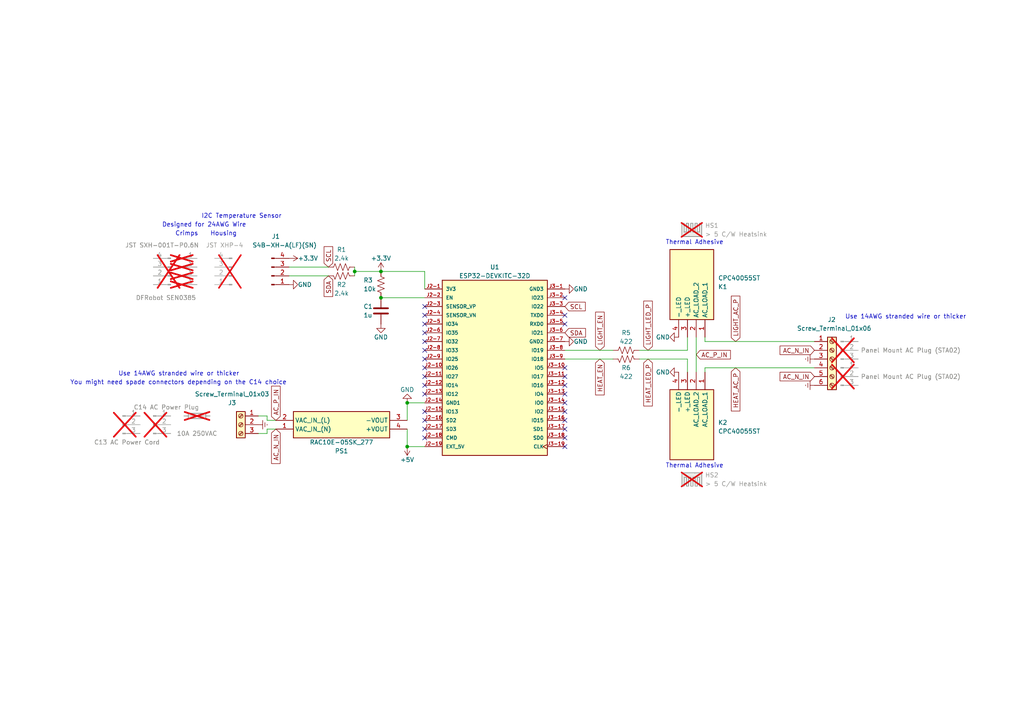
<source format=kicad_sch>
(kicad_sch (version 20230121) (generator eeschema)
  (paper "A4")
  (lib_symbols
    (symbol "CPC40055ST:CPC40055ST"
      (property "Reference" "K" (at 26.67 7.62 0))
      (property "Value" "CPC40055ST" (at 26.67 5.08 0))
      (symbol "CPC40055ST_1_1"
        (rectangle (start 5.08 2.54) (end 25.4 -10.16) (stroke (width 0.254)) (fill (type background)))
        (pin passive line (at 0 0 0) (length 5.08) (name "AC_LOAD_1") (number "1"))
        (pin passive line (at 0 -2.54 0) (length 5.08) (name "AC_LOAD_2") (number "2"))
        (pin passive line (at 0 -5.08 0) (length 5.08) (name "+_LED") (number "3"))
        (pin passive line (at 0 -7.62 0) (length 5.08) (name "-_LED") (number "4"))
      )
    )
    (symbol "Connector:Conn_01x01_Pin" (pin_names (offset 1.016) hide)
      (property "Reference" "J" (at 0 2.54 0))
      (property "Value" "Conn_01x01_Pin" (at 0 -2.54 0))
      (symbol "Conn_01x01_Pin_1_1"
        (polyline (pts (xy 1.27 0) (xy 0.8636 0)) (stroke (width 0.1524)))
        (rectangle (start 0.8636 0.127) (end 0 -0.127) (stroke (width 0.1524)) (fill (type outline)))
        (pin passive line (at 5.08 0 180) (length 3.81) (name "Pin_1") (number "1"))
      )
    )
    (symbol "Connector:Conn_01x03_Pin" (pin_names (offset 1.016) hide)
      (property "Reference" "J" (at 0 5.08 0))
      (property "Value" "Conn_01x03_Pin" (at 0 -5.08 0))
      (symbol "Conn_01x03_Pin_1_1"
        (polyline (pts (xy 1.27 -2.54) (xy 0.8636 -2.54)) (stroke (width 0.1524)))
        (polyline (pts (xy 1.27 0) (xy 0.8636 0)) (stroke (width 0.1524)))
        (polyline (pts (xy 1.27 2.54) (xy 0.8636 2.54)) (stroke (width 0.1524)))
        (rectangle (start 0.8636 -2.413) (end 0 -2.667) (stroke (width 0.1524)) (fill (type outline)))
        (rectangle (start 0.8636 0.127) (end 0 -0.127) (stroke (width 0.1524)) (fill (type outline)))
        (rectangle (start 0.8636 2.667) (end 0 2.413) (stroke (width 0.1524)) (fill (type outline)))
        (pin passive line (at 5.08 2.54 180) (length 3.81) (name "Pin_1") (number "1"))
        (pin passive line (at 5.08 0 180) (length 3.81) (name "Pin_2") (number "2"))
        (pin passive line (at 5.08 -2.54 180) (length 3.81) (name "Pin_3") (number "3"))
      )
    )
    (symbol "Connector:Conn_01x04_Pin" (pin_names (offset 1.016) hide)
      (property "Reference" "J" (at 0 5.08 0))
      (property "Value" "Conn_01x04_Pin" (at 0 -7.62 0))
      (symbol "Conn_01x04_Pin_1_1"
        (polyline (pts (xy 1.27 -5.08) (xy 0.8636 -5.08)) (stroke (width 0.1524)))
        (polyline (pts (xy 1.27 -2.54) (xy 0.8636 -2.54)) (stroke (width 0.1524)))
        (polyline (pts (xy 1.27 0) (xy 0.8636 0)) (stroke (width 0.1524)))
        (polyline (pts (xy 1.27 2.54) (xy 0.8636 2.54)) (stroke (width 0.1524)))
        (rectangle (start 0.8636 -4.953) (end 0 -5.207) (stroke (width 0.1524)) (fill (type outline)))
        (rectangle (start 0.8636 -2.413) (end 0 -2.667) (stroke (width 0.1524)) (fill (type outline)))
        (rectangle (start 0.8636 0.127) (end 0 -0.127) (stroke (width 0.1524)) (fill (type outline)))
        (rectangle (start 0.8636 2.667) (end 0 2.413) (stroke (width 0.1524)) (fill (type outline)))
        (pin passive line (at 5.08 2.54 180) (length 3.81) (name "Pin_1") (number "1"))
        (pin passive line (at 5.08 0 180) (length 3.81) (name "Pin_2") (number "2"))
        (pin passive line (at 5.08 -2.54 180) (length 3.81) (name "Pin_3") (number "3"))
        (pin passive line (at 5.08 -5.08 180) (length 3.81) (name "Pin_4") (number "4"))
      )
    )
    (symbol "Connector:Screw_Terminal_01x03" (pin_names (offset 1.016) hide)
      (property "Reference" "J" (at 0 5.08 0))
      (property "Value" "Screw_Terminal_01x03" (at 0 -5.08 0))
      (symbol "Screw_Terminal_01x03_1_1"
        (rectangle (start -1.27 3.81) (end 1.27 -3.81) (stroke (width 0.254)) (fill (type background)))
        (circle (center 0 -2.54) (radius 0.635) (stroke (width 0.1524)))
        (polyline (pts (xy -0.5334 -2.2098) (xy 0.3302 -3.048)) (stroke (width 0.1524)))
        (polyline (pts (xy -0.5334 0.3302) (xy 0.3302 -0.508)) (stroke (width 0.1524)))
        (polyline (pts (xy -0.5334 2.8702) (xy 0.3302 2.032)) (stroke (width 0.1524)))
        (polyline (pts (xy -0.3556 -2.032) (xy 0.508 -2.8702)) (stroke (width 0.1524)))
        (polyline (pts (xy -0.3556 0.508) (xy 0.508 -0.3302)) (stroke (width 0.1524)))
        (polyline (pts (xy -0.3556 3.048) (xy 0.508 2.2098)) (stroke (width 0.1524)))
        (circle (center 0 0) (radius 0.635) (stroke (width 0.1524)))
        (circle (center 0 2.54) (radius 0.635) (stroke (width 0.1524)))
        (pin passive line (at -5.08 2.54 0) (length 3.81) (name "Pin_1") (number "1"))
        (pin passive line (at -5.08 0 0) (length 3.81) (name "Pin_2") (number "2"))
        (pin passive line (at -5.08 -2.54 0) (length 3.81) (name "Pin_3") (number "3"))
      )
    )
    (symbol "Connector:Screw_Terminal_01x06" (pin_names (offset 1.016) hide)
      (property "Reference" "J" (at 0 7.62 0))
      (property "Value" "Screw_Terminal_01x06" (at 0 -10.16 0))
      (symbol "Screw_Terminal_01x06_1_1"
        (rectangle (start -1.27 6.35) (end 1.27 -8.89) (stroke (width 0.254)) (fill (type background)))
        (circle (center 0 -7.62) (radius 0.635) (stroke (width 0.1524)))
        (circle (center 0 -5.08) (radius 0.635) (stroke (width 0.1524)))
        (circle (center 0 -2.54) (radius 0.635) (stroke (width 0.1524)))
        (polyline (pts (xy -0.5334 -7.2898) (xy 0.3302 -8.128)) (stroke (width 0.1524)))
        (polyline (pts (xy -0.5334 -4.7498) (xy 0.3302 -5.588)) (stroke (width 0.1524)))
        (polyline (pts (xy -0.5334 -2.2098) (xy 0.3302 -3.048)) (stroke (width 0.1524)))
        (polyline (pts (xy -0.5334 0.3302) (xy 0.3302 -0.508)) (stroke (width 0.1524)))
        (polyline (pts (xy -0.5334 2.8702) (xy 0.3302 2.032)) (stroke (width 0.1524)))
        (polyline (pts (xy -0.5334 5.4102) (xy 0.3302 4.572)) (stroke (width 0.1524)))
        (polyline (pts (xy -0.3556 -7.112) (xy 0.508 -7.9502)) (stroke (width 0.1524)))
        (polyline (pts (xy -0.3556 -4.572) (xy 0.508 -5.4102)) (stroke (width 0.1524)))
        (polyline (pts (xy -0.3556 -2.032) (xy 0.508 -2.8702)) (stroke (width 0.1524)))
        (polyline (pts (xy -0.3556 0.508) (xy 0.508 -0.3302)) (stroke (width 0.1524)))
        (polyline (pts (xy -0.3556 3.048) (xy 0.508 2.2098)) (stroke (width 0.1524)))
        (polyline (pts (xy -0.3556 5.588) (xy 0.508 4.7498)) (stroke (width 0.1524)))
        (circle (center 0 0) (radius 0.635) (stroke (width 0.1524)))
        (circle (center 0 2.54) (radius 0.635) (stroke (width 0.1524)))
        (circle (center 0 5.08) (radius 0.635) (stroke (width 0.1524)))
        (pin passive line (at -5.08 5.08 0) (length 3.81) (name "Pin_1") (number "1"))
        (pin passive line (at -5.08 2.54 0) (length 3.81) (name "Pin_2") (number "2"))
        (pin passive line (at -5.08 0 0) (length 3.81) (name "Pin_3") (number "3"))
        (pin passive line (at -5.08 -2.54 0) (length 3.81) (name "Pin_4") (number "4"))
        (pin passive line (at -5.08 -5.08 0) (length 3.81) (name "Pin_5") (number "5"))
        (pin passive line (at -5.08 -7.62 0) (length 3.81) (name "Pin_6") (number "6"))
      )
    )
    (symbol "Device:C" (pin_numbers hide) (pin_names (offset 0.254))
      (property "Reference" "C" (at 0.635 2.54 0))
      (property "Value" "C" (at 0.635 -2.54 0))
      (symbol "C_0_1"
        (polyline (pts (xy -2.032 -0.762) (xy 2.032 -0.762)) (stroke (width 0.508)))
        (polyline (pts (xy -2.032 0.762) (xy 2.032 0.762)) (stroke (width 0.508)))
      )
      (symbol "C_1_1"
        (pin passive line (at 0 3.81 270) (length 2.794) (name "~") (number "1"))
        (pin passive line (at 0 -3.81 90) (length 2.794) (name "~") (number "2"))
      )
    )
    (symbol "Device:Fuse" (pin_numbers hide) (pin_names (offset 0))
      (property "Reference" "F" (at 2.032 0 90))
      (property "Value" "Fuse" (at -1.905 0 90))
      (symbol "Fuse_0_1"
        (rectangle (start -0.762 -2.54) (end 0.762 2.54) (stroke (width 0.254)))
        (polyline (pts (xy 0 2.54) (xy 0 -2.54)))
      )
      (symbol "Fuse_1_1"
        (pin passive line (at 0 3.81 270) (length 1.27) (name "~") (number "1"))
        (pin passive line (at 0 -3.81 90) (length 1.27) (name "~") (number "2"))
      )
    )
    (symbol "Device:R_US" (pin_numbers hide) (pin_names (offset 0))
      (property "Reference" "R" (at 2.54 0 90))
      (property "Value" "R_US" (at -2.54 0 90))
      (symbol "R_US_0_1"
        (polyline (pts (xy 0 -2.286) (xy 0 -2.54)))
        (polyline (pts (xy 0 2.286) (xy 0 2.54)))
        (polyline (pts (xy 0 -0.762) (xy 1.016 -1.143) (xy 0 -1.524) (xy -1.016 -1.905) (xy 0 -2.286)))
        (polyline (pts (xy 0 0.762) (xy 1.016 0.381) (xy 0 0) (xy -1.016 -0.381) (xy 0 -0.762)))
        (polyline (pts (xy 0 2.286) (xy 1.016 1.905) (xy 0 1.524) (xy -1.016 1.143) (xy 0 0.762)))
      )
      (symbol "R_US_1_1"
        (pin passive line (at 0 3.81 270) (length 1.27) (name "~") (number "1"))
        (pin passive line (at 0 -3.81 90) (length 1.27) (name "~") (number "2"))
      )
    )
    (symbol "ESP32-DEVKITC-32D:ESP32-DEVKITC-32D" (pin_names (offset 1.016))
      (property "Reference" "U" (at -15.2572 26.0643 0))
      (property "Value" "ESP32-DEVKITC-32D" (at -15.2563 -27.9698 0))
      (symbol "ESP32-DEVKITC-32D_0_0"
        (rectangle (start -15.24 -25.4) (end 15.24 25.4) (stroke (width 0.254)) (fill (type background)))
        (pin power_in line (at -20.32 22.86 0) (length 5.08) (name "3V3") (number "J2-1"))
        (pin bidirectional line (at -20.32 0 0) (length 5.08) (name "IO26") (number "J2-10"))
        (pin bidirectional line (at -20.32 -2.54 0) (length 5.08) (name "IO27") (number "J2-11"))
        (pin bidirectional line (at -20.32 -5.08 0) (length 5.08) (name "IO14") (number "J2-12"))
        (pin bidirectional line (at -20.32 -7.62 0) (length 5.08) (name "IO12") (number "J2-13"))
        (pin power_in line (at -20.32 -10.16 0) (length 5.08) (name "GND1") (number "J2-14"))
        (pin bidirectional line (at -20.32 -12.7 0) (length 5.08) (name "IO13") (number "J2-15"))
        (pin bidirectional line (at -20.32 -15.24 0) (length 5.08) (name "SD2") (number "J2-16"))
        (pin bidirectional line (at -20.32 -17.78 0) (length 5.08) (name "SD3") (number "J2-17"))
        (pin bidirectional line (at -20.32 -20.32 0) (length 5.08) (name "CMD") (number "J2-18"))
        (pin power_in line (at -20.32 -22.86 0) (length 5.08) (name "EXT_5V") (number "J2-19"))
        (pin input line (at -20.32 20.32 0) (length 5.08) (name "EN") (number "J2-2"))
        (pin input line (at -20.32 17.78 0) (length 5.08) (name "SENSOR_VP") (number "J2-3"))
        (pin input line (at -20.32 15.24 0) (length 5.08) (name "SENSOR_VN") (number "J2-4"))
        (pin bidirectional line (at -20.32 12.7 0) (length 5.08) (name "IO34") (number "J2-5"))
        (pin bidirectional line (at -20.32 10.16 0) (length 5.08) (name "IO35") (number "J2-6"))
        (pin bidirectional line (at -20.32 7.62 0) (length 5.08) (name "IO32") (number "J2-7"))
        (pin bidirectional line (at -20.32 5.08 0) (length 5.08) (name "IO33") (number "J2-8"))
        (pin bidirectional line (at -20.32 2.54 0) (length 5.08) (name "IO25") (number "J2-9"))
        (pin power_in line (at 20.32 22.86 180) (length 5.08) (name "GND3") (number "J3-1"))
        (pin bidirectional line (at 20.32 0 180) (length 5.08) (name "IO5") (number "J3-10"))
        (pin bidirectional line (at 20.32 -2.54 180) (length 5.08) (name "IO17") (number "J3-11"))
        (pin bidirectional line (at 20.32 -5.08 180) (length 5.08) (name "IO16") (number "J3-12"))
        (pin bidirectional line (at 20.32 -7.62 180) (length 5.08) (name "IO4") (number "J3-13"))
        (pin bidirectional line (at 20.32 -10.16 180) (length 5.08) (name "IO0") (number "J3-14"))
        (pin bidirectional line (at 20.32 -12.7 180) (length 5.08) (name "IO2") (number "J3-15"))
        (pin bidirectional line (at 20.32 -15.24 180) (length 5.08) (name "IO15") (number "J3-16"))
        (pin bidirectional line (at 20.32 -17.78 180) (length 5.08) (name "SD1") (number "J3-17"))
        (pin bidirectional line (at 20.32 -20.32 180) (length 5.08) (name "SD0") (number "J3-18"))
        (pin input clock (at 20.32 -22.86 180) (length 5.08) (name "CLK") (number "J3-19"))
        (pin bidirectional line (at 20.32 20.32 180) (length 5.08) (name "IO23") (number "J3-2"))
        (pin bidirectional line (at 20.32 17.78 180) (length 5.08) (name "IO22") (number "J3-3"))
        (pin output line (at 20.32 15.24 180) (length 5.08) (name "TXD0") (number "J3-4"))
        (pin input line (at 20.32 12.7 180) (length 5.08) (name "RXD0") (number "J3-5"))
        (pin bidirectional line (at 20.32 10.16 180) (length 5.08) (name "IO21") (number "J3-6"))
        (pin power_in line (at 20.32 7.62 180) (length 5.08) (name "GND2") (number "J3-7"))
        (pin bidirectional line (at 20.32 5.08 180) (length 5.08) (name "IO19") (number "J3-8"))
        (pin bidirectional line (at 20.32 2.54 180) (length 5.08) (name "IO18") (number "J3-9"))
      )
    )
    (symbol "Mechanical:Heatsink" (pin_names (offset 1.016))
      (property "Reference" "HS" (at 0 5.08 0))
      (property "Value" "Heatsink" (at 0 -1.27 0))
      (symbol "Heatsink_0_1"
        (polyline (pts (xy -0.3302 1.27) (xy -0.9652 1.27) (xy -0.9652 3.81) (xy -1.6002 3.81) (xy -1.6002 1.27) (xy -2.2352 1.27) (xy -2.2352 3.81) (xy -2.8702 3.81) (xy -2.8702 0) (xy -0.9652 0)) (stroke (width 0.254)) (fill (type background)))
        (polyline (pts (xy -0.3302 1.27) (xy -0.3302 3.81) (xy 0.3048 3.81) (xy 0.3048 1.27) (xy 0.9398 1.27) (xy 0.9398 3.81) (xy 1.5748 3.81) (xy 1.5748 1.27) (xy 2.2098 1.27) (xy 2.2098 3.81) (xy 2.8448 3.81) (xy 2.8448 0) (xy -0.9652 0)) (stroke (width 0.254)) (fill (type background)))
      )
    )
    (symbol "RAC10E-05SK_277:RAC10E-05SK_277"
      (property "Reference" "PS" (at 34.29 7.62 0))
      (property "Value" "RAC10E-05SK_277" (at 34.29 5.08 0))
      (symbol "RAC10E-05SK_277_1_1"
        (rectangle (start 5.08 2.54) (end 33.02 -5.08) (stroke (width 0.254)) (fill (type background)))
        (pin passive line (at 0 0 0) (length 5.08) (name "VAC_IN_(N)") (number "1"))
        (pin passive line (at 0 -2.54 0) (length 5.08) (name "VAC_IN_(L)") (number "2"))
        (pin passive line (at 38.1 -2.54 180) (length 5.08) (name "-VOUT") (number "3"))
        (pin passive line (at 38.1 0 180) (length 5.08) (name "+VOUT") (number "4"))
      )
    )
    (symbol "power:+3.3V" (power) (pin_names (offset 0))
      (property "Value" "+3.3V" (at 0 3.556 0))
      (symbol "+3.3V_0_1"
        (polyline (pts (xy -0.762 1.27) (xy 0 2.54)))
        (polyline (pts (xy 0 0) (xy 0 2.54)))
        (polyline (pts (xy 0 2.54) (xy 0.762 1.27)))
      )
      (symbol "+3.3V_1_1"
        (pin power_in line (at 0 0 90) (length 0) hide (name "+3.3V") (number "1"))
      )
    )
    (symbol "power:+5V" (power) (pin_names (offset 0))
      (property "Value" "+5V" (at 0 3.556 0))
      (symbol "+5V_0_1"
        (polyline (pts (xy -0.762 1.27) (xy 0 2.54)))
        (polyline (pts (xy 0 0) (xy 0 2.54)))
        (polyline (pts (xy 0 2.54) (xy 0.762 1.27)))
      )
      (symbol "+5V_1_1"
        (pin power_in line (at 0 0 90) (length 0) hide (name "+5V") (number "1"))
      )
    )
    (symbol "power:Earth" (power) (pin_names (offset 0))
      (symbol "Earth_0_1"
        (polyline (pts (xy -0.635 -1.905) (xy 0.635 -1.905)))
        (polyline (pts (xy -0.127 -2.54) (xy 0.127 -2.54)))
        (polyline (pts (xy 0 -1.27) (xy 0 0)))
        (polyline (pts (xy 1.27 -1.27) (xy -1.27 -1.27)))
      )
      (symbol "Earth_1_1"
        (pin power_in line (at 0 0 270) (length 0) hide (name "Earth") (number "1"))
      )
    )
    (symbol "power:GND" (power) (pin_names (offset 0))
      (property "Value" "GND" (at 0 -3.81 0))
      (symbol "GND_0_1"
        (polyline (pts (xy 0 0) (xy 0 -1.27) (xy 1.27 -1.27) (xy 0 -2.54) (xy -1.27 -1.27) (xy 0 -1.27)))
      )
      (symbol "GND_1_1"
        (pin power_in line (at 0 0 270) (length 0) hide (name "GND") (number "1"))
      )
    )
  )
  (junction (at 118.11 129.54))
  (junction (at 110.49 86.36))
  (junction (at 118.11 116.84))
  (junction (at 102.87 78.74))
  (junction (at 110.49 78.74))
  (no_connect (at 123.19 88.9))
  (no_connect (at 163.83 106.68))
  (no_connect (at 123.19 106.68))
  (no_connect (at 123.19 101.6))
  (no_connect (at 123.19 104.14))
  (no_connect (at 163.83 129.54))
  (no_connect (at 163.83 127))
  (no_connect (at 163.83 91.44))
  (no_connect (at 123.19 93.98))
  (no_connect (at 123.19 109.22))
  (no_connect (at 163.83 116.84))
  (no_connect (at 163.83 119.38))
  (no_connect (at 123.19 99.06))
  (no_connect (at 123.19 121.92))
  (no_connect (at 163.83 121.92))
  (no_connect (at 163.83 111.76))
  (no_connect (at 123.19 119.38))
  (no_connect (at 163.83 109.22))
  (no_connect (at 163.83 93.98))
  (no_connect (at 123.19 111.76))
  (no_connect (at 163.83 114.3))
  (no_connect (at 123.19 114.3))
  (no_connect (at 163.83 124.46))
  (no_connect (at 123.19 96.52))
  (no_connect (at 163.83 86.36))
  (no_connect (at 123.19 91.44))
  (no_connect (at 123.19 124.46))
  (no_connect (at 123.19 127))
  (wire (pts (xy 83.82 77.47) (xy 95.25 77.47)))
  (wire (pts (xy 118.11 124.46) (xy 118.11 129.54)))
  (wire (pts (xy 102.87 78.74) (xy 102.87 80.01)))
  (wire (pts (xy 118.11 129.54) (xy 123.19 129.54)))
  (wire (pts (xy 199.39 97.79) (xy 199.39 101.6)))
  (wire (pts (xy 77.47 120.65) (xy 77.47 121.92)))
  (wire (pts (xy 123.19 78.74) (xy 123.19 83.82)))
  (wire (pts (xy 118.11 116.84) (xy 123.19 116.84)))
  (wire (pts (xy 201.93 97.79) (xy 201.93 107.95)))
  (wire (pts (xy 199.39 104.14) (xy 199.39 107.95)))
  (wire (pts (xy 74.93 120.65) (xy 77.47 120.65)))
  (wire (pts (xy 163.83 101.6) (xy 177.8 101.6)))
  (wire (pts (xy 102.87 77.47) (xy 102.87 78.74)))
  (wire (pts (xy 118.11 116.84) (xy 118.11 121.92)))
  (wire (pts (xy 110.49 86.36) (xy 123.19 86.36)))
  (wire (pts (xy 185.42 101.6) (xy 199.39 101.6)))
  (wire (pts (xy 77.47 124.46) (xy 80.01 124.46)))
  (wire (pts (xy 74.93 125.73) (xy 77.47 125.73)))
  (wire (pts (xy 83.82 80.01) (xy 95.25 80.01)))
  (wire (pts (xy 163.83 104.14) (xy 177.8 104.14)))
  (wire (pts (xy 204.47 106.68) (xy 236.22 106.68)))
  (wire (pts (xy 204.47 99.06) (xy 204.47 97.79)))
  (wire (pts (xy 204.47 107.95) (xy 204.47 106.68)))
  (wire (pts (xy 185.42 104.14) (xy 199.39 104.14)))
  (wire (pts (xy 110.49 78.74) (xy 123.19 78.74)))
  (wire (pts (xy 102.87 78.74) (xy 110.49 78.74)))
  (wire (pts (xy 77.47 125.73) (xy 77.47 124.46)))
  (wire (pts (xy 77.47 121.92) (xy 80.01 121.92)))
  (wire (pts (xy 236.22 99.06) (xy 204.47 99.06)))
  (text "You might need spade connectors depending on the C14 choice" (at 20.32 111.76 0) (effects (font (size 1.27 1.27)) (justify left bottom)))
  (text "Thermal Adhesive" (at 193.04 135.89 0) (effects (font (size 1.27 1.27)) (justify left bottom)))
  (text "Use 14AWG stranded wire or thicker" (at 34.29 109.22 0) (effects (font (size 1.27 1.27)) (justify left bottom)))
  (text "Use 14AWG stranded wire or thicker" (at 245.11 92.71 0) (effects (font (size 1.27 1.27)) (justify left bottom)))
  (text "Designed for 24AWG Wire" (at 46.99 66.04 0) (effects (font (size 1.27 1.27)) (justify left bottom)))
  (text "Crimps" (at 50.8 68.58 0) (effects (font (size 1.27 1.27)) (justify left bottom)))
  (text "Housing" (at 60.96 68.58 0) (effects (font (size 1.27 1.27)) (justify left bottom)))
  (text "Thermal Adhesive" (at 193.04 71.12 0) (effects (font (size 1.27 1.27)) (justify left bottom)))
  (text "I2C Temperature Sensor" (at 58.42 63.5 0) (effects (font (size 1.27 1.27)) (justify left bottom)))
  (global_label "HEAT_EN" (shape input) (at 173.99 104.14 270) (property "Intersheetrefs" "${INTERSHEET_REFS}" (effects hide)))
  (global_label "LIGHT_LED_P" (shape input) (at 187.96 101.6 90) (property "Intersheetrefs" "${INTERSHEET_REFS}" (effects hide)))
  (global_label "HEAT_AC_P" (shape input) (at 213.36 106.68 270) (property "Intersheetrefs" "${INTERSHEET_REFS}" (effects hide)))
  (global_label "SCL" (shape input) (at 163.83 88.9 0) (property "Intersheetrefs" "${INTERSHEET_REFS}" (effects hide)))
  (global_label "SDA" (shape input) (at 95.25 80.01 270) (property "Intersheetrefs" "${INTERSHEET_REFS}" (effects hide)))
  (global_label "AC_P_IN" (shape input) (at 201.93 102.87 0) (property "Intersheetrefs" "${INTERSHEET_REFS}" (effects hide)))
  (global_label "AC_P_IN" (shape input) (at 80.01 121.92 90) (property "Intersheetrefs" "${INTERSHEET_REFS}" (effects hide)))
  (global_label "AC_N_IN" (shape input) (at 236.22 109.22 180) (property "Intersheetrefs" "${INTERSHEET_REFS}" (effects hide)))
  (global_label "AC_N_IN" (shape input) (at 80.01 124.46 270) (property "Intersheetrefs" "${INTERSHEET_REFS}" (effects hide)))
  (global_label "HEAT_LED_P" (shape input) (at 187.96 104.14 270) (property "Intersheetrefs" "${INTERSHEET_REFS}" (effects hide)))
  (global_label "SDA" (shape input) (at 163.83 96.52 0) (property "Intersheetrefs" "${INTERSHEET_REFS}" (effects hide)))
  (global_label "LIGHT_AC_P" (shape input) (at 213.36 99.06 90) (property "Intersheetrefs" "${INTERSHEET_REFS}" (effects hide)))
  (global_label "LIGHT_EN" (shape input) (at 173.99 101.6 90) (property "Intersheetrefs" "${INTERSHEET_REFS}" (effects hide)))
  (global_label "SCL" (shape input) (at 95.25 77.47 90) (property "Intersheetrefs" "${INTERSHEET_REFS}" (effects hide)))
  (global_label "AC_N_IN" (shape input) (at 236.22 101.6 180) (property "Intersheetrefs" "${INTERSHEET_REFS}" (effects hide)))
  (symbol (lib_id "Device:R_US") (at 99.06 80.01 90) (mirror x) (unit 1)
    (property "Reference" "R2" (at 99.06 82.55 90))
    (property "Value" "2.4k" (at 99.06 85.09 90))
    (property "Footprint" "Resistor_SMD:R_1206_3216Metric_Pad1.30x1.75mm_HandSolder" (effects hide))
    (property "Datasheet" "https://www.mouser.com/datasheet/2/315/AOA0000C307-1149632.pdf" (effects hide))
    (property "Product Link" "https://www.mouser.com/ProductDetail/667-ERA-8AEB242V" (effects hide))
    (property "Manufacturer_Name" "Panasonic" (effects hide))
    (property "Manufacturer_Part_Number" "ERA-8AEB242V" (effects hide))
    (property "Price" "$0.64" (effects hide))
  )
  (symbol (lib_id "Device:R_US") (at 99.06 77.47 90) (unit 1)
    (property "Reference" "R1" (at 99.06 72.39 90))
    (property "Value" "2.4k" (at 99.06 74.93 90))
    (property "Footprint" "Resistor_SMD:R_1206_3216Metric_Pad1.30x1.75mm_HandSolder" (effects hide))
    (property "Datasheet" "https://www.mouser.com/datasheet/2/315/AOA0000C307-1149632.pdf" (effects hide))
    (property "Product Link" "https://www.mouser.com/ProductDetail/667-ERA-8AEB242V" (effects hide))
    (property "Manufacturer_Name" "Panasonic" (effects hide))
    (property "Manufacturer_Part_Number" "ERA-8AEB242V" (effects hide))
    (property "Price" "$0.64" (effects hide))
  )
  (symbol (lib_id "Connector:Screw_Terminal_01x06") (at 241.3 104.14 0) (unit 1)
    (property "Reference" "J2" (at 240.03 92.71 0) (effects (justify left)))
    (property "Value" "Screw_Terminal_01x06" (at 231.14 95.25 0) (effects (justify left)))
    (property "Footprint" "Phoenix 1713969:1713969" (effects hide))
    (property "Datasheet" "https://www.phoenixcontact.com/en-us/products/printed-circuit-board-terminal-mkds-5-6-635-1713969?type=pdf" (effects hide))
    (property "Product Link" "https://www.mouser.com/ProductDetail/651-1713969" (effects hide))
    (property "Manufacturer_Name" "Phoenix Contact " (effects hide))
    (property "Manufacturer_Part_Number" "1713969" (effects hide))
    (property "Price" "$5.84" (effects hide))
  )
  (symbol (lib_id "Device:R_US") (at 181.61 104.14 90) (mirror x) (unit 1)
    (property "Reference" "R6" (at 181.61 106.68 90))
    (property "Value" "422" (at 181.61 109.22 90))
    (property "Footprint" "Resistor_SMD:R_1206_3216Metric_Pad1.30x1.75mm_HandSolder" (effects hide))
    (property "Datasheet" "https://www.mouser.com/datasheet/2/315/AOA0000C307-1149632.pdf" (effects hide))
    (property "Product Link" "https://www.mouser.com/ProductDetail/667-ERA-8AEB4220V" (effects hide))
    (property "Manufacturer_Name" "Panasonic" (effects hide))
    (property "Manufacturer_Part_Number" "ERA-8AEB4220V" (effects hide))
    (property "Price" "$0.66" (effects hide))
  )
  (symbol (lib_id "Device:R_US") (at 110.49 82.55 180) (unit 1)
    (property "Reference" "R3" (at 105.41 81.28 0) (effects (justify right)))
    (property "Value" "10k" (at 105.41 83.82 0) (effects (justify right)))
    (property "Footprint" "Resistor_SMD:R_1206_3216Metric_Pad1.30x1.75mm_HandSolder" (effects hide))
    (property "Datasheet" "https://www.mouser.com/datasheet/2/315/AOA0000C307-1149632.pdf" (effects hide))
    (property "Product Link" "https://www.mouser.com/ProductDetail/667-ERA-8AEB103V" (effects hide))
    (property "Manufacturer_Name" "Panasonic" (effects hide))
    (property "Manufacturer_Part_Number" "ERA-8AEB103V" (effects hide))
    (property "Price" "$0.70" (effects hide))
  )
  (symbol (lib_id "power:GND") (at 163.83 83.82 90) (unit 1)
    (property "Reference" "#PWR07" (effects hide))
    (property "Value" "GND" (at 166.37 83.82 90) (effects (justify right)))
  )
  (symbol (lib_id "power:+3.3V") (at 83.82 74.93 270) (unit 1)
    (property "Reference" "#PWR012" (effects hide))
    (property "Value" "+3.3V" (at 86.36 74.93 90) (effects (justify left)))
  )
  (symbol (lib_id "power:GND") (at 196.85 107.95 270) (unit 1)
    (property "Reference" "#PWR010" (effects hide))
    (property "Value" "GND" (at 194.31 107.95 90) (effects (justify right)))
  )
  (symbol (lib_id "Connector:Conn_01x04_Pin") (at 49.53 80.01 180) (unit 1) (on_board no) (dnp yes)
    (property "Reference" "TempSensor1" (effects hide))
    (property "Value" "DFRobot SEN0385" (at 39.37 86.36 0) (effects (justify right)))
    (property "Datasheet" "https://media.digikey.com/pdf/Data%20Sheets/DFRobot%20PDFs/SEN0385_Web.pdf" (effects hide))
    (property "Product Link" "https://www.mouser.com/ProductDetail/426-SEN0385" (effects hide))
    (property "Manufacturer_Name" "DFRobot" (effects hide))
    (property "Manufacturer_Part_Number" "SEN0385" (effects hide))
    (property "Price" "$19.90" (effects hide))
  )
  (symbol (lib_id "Device:R_US") (at 181.61 101.6 90) (unit 1)
    (property "Reference" "R5" (at 181.61 96.52 90))
    (property "Value" "422" (at 181.61 99.06 90))
    (property "Footprint" "Resistor_SMD:R_1206_3216Metric_Pad1.30x1.75mm_HandSolder" (effects hide))
    (property "Datasheet" "https://www.mouser.com/datasheet/2/315/AOA0000C307-1149632.pdf" (effects hide))
    (property "Product Link" "https://www.mouser.com/ProductDetail/667-ERA-8AEB4220V" (effects hide))
    (property "Manufacturer_Name" "Panasonic" (effects hide))
    (property "Manufacturer_Part_Number" "ERA-8AEB4220V" (effects hide))
    (property "Price" "$0.66" (effects hide))
  )
  (symbol (lib_id "power:GND") (at 110.49 93.98 0) (unit 1)
    (property "Reference" "#PWR09" (effects hide))
    (property "Value" "GND" (at 110.49 97.79 0))
  )
  (symbol (lib_id "ESP32-DEVKITC-32D:ESP32-DEVKITC-32D") (at 143.51 106.68 0) (unit 1)
    (property "Reference" "U1" (at 143.51 77.47 0))
    (property "Value" "ESP32-DEVKITC-32D" (at 143.51 80.01 0))
    (property "Footprint" "ESP32-DEVKITC-32D:MODULE_ESP32-DEVKITC-32D" (effects hide))
    (property "Datasheet" "https://www.mouser.com/pdfDocs/esp32_datasheet_en.pdf" (effects hide))
    (property "PARTREV" "V4" (effects hide))
    (property "STANDARD" "Manufacturer Recommendations" (effects hide))
    (property "SNAPEDA_PN" "ESP32-DEVKITC-32D" (effects hide))
    (property "MAXIMUM_PACKAGE_HEIGHT" "N/A" (effects hide))
    (property "MANUFACTURER" "Espressif Systems" (effects hide))
    (property "Product Link" "https://www.mouser.com/ProductDetail/356-ESP32-DEVKITC32E" (effects hide))
    (property "Manufacturer_Name" "Espressif Systems " (effects hide))
    (property "Manufacturer_Part_Number" "ESP32-DevKitC-32E" (effects hide))
    (property "Price" "$10.00" (effects hide))
  )
  (symbol (lib_id "power:GND") (at 163.83 99.06 90) (unit 1)
    (property "Reference" "#PWR08" (effects hide))
    (property "Value" "GND" (at 166.37 99.06 90) (effects (justify right)))
  )
  (symbol (lib_id "CPC40055ST:CPC40055ST") (at 204.47 97.79 270) (mirror x) (unit 1)
    (property "Reference" "K1" (at 208.28 83.185 90) (effects (justify left)))
    (property "Value" "CPC40055ST" (at 208.28 80.645 90) (effects (justify left)))
    (property "Footprint" "CPC40055ST:CPC40055ST" (effects hide))
    (property "Datasheet" "https://www.mouser.com/datasheet/2/240/CPC40055ST-1548507.pdf" (effects hide))
    (property "Height" "20.701" (effects hide))
    (property "Mouser Part Number" "849-CPC40055ST" (effects hide))
    (property "Mouser Price/Stock" "https://www.mouser.co.uk/ProductDetail/IXYS-Integrated-Circuits/CPC40055ST?qs=%2FWJw0caR6035dTiWeJluMw%3D%3D" (effects hide))
    (property "Manufacturer_Name" "Littelfuse" (effects hide))
    (property "Manufacturer_Part_Number" "CPC40055ST" (effects hide))
    (property "Product Link" "https://www.mouser.com/ProductDetail/849-CPC40055ST" (effects hide))
    (property "Price" "$13.35" (effects hide))
  )
  (symbol (lib_id "CPC40055ST:CPC40055ST") (at 204.47 107.95 270) (unit 1)
    (property "Reference" "K2" (at 208.28 122.555 90) (effects (justify left)))
    (property "Value" "CPC40055ST" (at 208.28 125.095 90) (effects (justify left)))
    (property "Footprint" "CPC40055ST:CPC40055ST" (effects hide))
    (property "Datasheet" "https://www.mouser.com/datasheet/2/240/CPC40055ST-1548507.pdf" (effects hide))
    (property "Height" "20.701" (effects hide))
    (property "Mouser Part Number" "849-CPC40055ST" (effects hide))
    (property "Mouser Price/Stock" "https://www.mouser.co.uk/ProductDetail/IXYS-Integrated-Circuits/CPC40055ST?qs=%2FWJw0caR6035dTiWeJluMw%3D%3D" (effects hide))
    (property "Manufacturer_Name" "Littelfuse" (effects hide))
    (property "Manufacturer_Part_Number" "CPC40055ST" (effects hide))
    (property "Product Link" "https://www.mouser.com/ProductDetail/849-CPC40055ST" (effects hide))
    (property "Price" "$13.35" (effects hide))
  )
  (symbol (lib_id "power:Earth") (at 236.22 111.76 270) (unit 1)
    (property "Reference" "#PWR03" (effects hide))
    (property "Value" "Earth" (effects hide))
  )
  (symbol (lib_id "Connector:Conn_01x01_Pin") (at 52.07 74.93 0) (unit 1) (on_board no) (dnp yes)
    (property "Reference" "TempPlugCrimp1" (effects hide))
    (property "Value" "JST SXH-001T-P0.6N" (at 46.99 71.12 0))
    (property "Datasheet" "https://www.jst-mfg.com/product/pdf/eng/eXH.pdf" (effects hide))
    (property "Manufacturer_Name" "JST" (effects hide))
    (property "Manufacturer_Part_Number" "SXH-001T-P0.6N" (effects hide))
    (property "Product Link" "https://www.digikey.com/en/products/detail/jst-sales-america-inc/SXH-001T-P0-6N/7041446" (effects hide))
    (property "Price" "$0.10" (effects hide))
  )
  (symbol (lib_id "power:+3.3V") (at 110.49 78.74 0) (unit 1)
    (property "Reference" "#PWR014" (effects hide))
    (property "Value" "+3.3V" (at 110.49 74.93 0))
  )
  (symbol (lib_id "Connector:Conn_01x01_Pin") (at 52.07 82.55 0) (unit 1) (on_board no) (dnp yes)
    (property "Reference" "TempPlugCrimp4" (effects hide))
    (property "Value" "JST SXH-001T-P0.6N" (effects hide))
    (property "Datasheet" "https://www.jst-mfg.com/product/pdf/eng/eXH.pdf" (effects hide))
    (property "Manufacturer_Name" "JST" (effects hide))
    (property "Manufacturer_Part_Number" "SXH-001T-P0.6N" (effects hide))
    (property "Product Link" "https://www.digikey.com/en/products/detail/jst-sales-america-inc/SXH-001T-P0-6N/7041446" (effects hide))
    (property "Price" "$0.10" (effects hide))
  )
  (symbol (lib_id "RAC10E-05SK_277:RAC10E-05SK_277") (at 80.01 124.46 0) (mirror x) (unit 1)
    (property "Reference" "PS1" (at 99.06 130.81 0))
    (property "Value" "RAC10E-05SK_277" (at 99.06 128.27 0))
    (property "Footprint" "RAC10E-05SK_277:RAC10E05SK277" (effects hide))
    (property "Datasheet" "https://www.mouser.com/datasheet/2/468/RAC10E_K_277-2902669.pdf" (effects hide))
    (property "Height" "22" (effects hide))
    (property "Mouser Part Number" "919-RAC10E-05SK/277" (effects hide))
    (property "Mouser Price/Stock" "https://www.mouser.co.uk/ProductDetail/RECOM-Power/RAC10E-05SK-277?qs=Li%252BoUPsLEnvJW5q%2F0CCh4A%3D%3D" (effects hide))
    (property "Manufacturer_Name" "RECOM Power" (effects hide))
    (property "Manufacturer_Part_Number" "RAC10E-05SK/277" (effects hide))
    (property "Product Link" "https://www.mouser.com/ProductDetail/919-RAC10E-05SK-277" (effects hide))
    (property "Price" "$9.55" (effects hide))
  )
  (symbol (lib_id "Connector:Conn_01x01_Pin") (at 52.07 77.47 0) (unit 1) (on_board no) (dnp yes)
    (property "Reference" "TempPlugCrimp2" (effects hide))
    (property "Value" "JST SXH-001T-P0.6N" (effects hide))
    (property "Datasheet" "https://www.jst-mfg.com/product/pdf/eng/eXH.pdf" (effects hide))
    (property "Manufacturer_Name" "JST" (effects hide))
    (property "Manufacturer_Part_Number" "SXH-001T-P0.6N" (effects hide))
    (property "Product Link" "https://www.digikey.com/en/products/detail/jst-sales-america-inc/SXH-001T-P0-6N/7041446" (effects hide))
    (property "Price" "$0.10" (effects hide))
  )
  (symbol (lib_id "Connector:Conn_01x03_Pin") (at 35.56 123.19 0) (unit 1) (on_board no) (dnp yes)
    (property "Reference" "ACCord1" (effects hide))
    (property "Value" "C13 AC Power Cord" (at 36.83 128.27 0))
    (property "Datasheet" "https://www.amazon.com/dp/B07KBDPH8X" (effects hide))
    (property "Product Link" "https://www.amazon.com/dp/B07KBDPH8X" (effects hide))
    (property "Manufacturer_Name" "Cable Leader" (effects hide))
    (property "Manufacturer_Part_Number" "14 AWG 15 Amp" (effects hide))
    (property "Price" "$9.99" (effects hide))
  )
  (symbol (lib_id "Connector:Screw_Terminal_01x03") (at 69.85 123.19 0) (mirror y) (unit 1)
    (property "Reference" "J3" (at 67.31 116.84 0))
    (property "Value" "Screw_Terminal_01x03" (at 67.31 114.3 0))
    (property "Footprint" "Phoenix 1714968:1714968" (effects hide))
    (property "Datasheet" "https://www.phoenixcontact.com/en-us/products/printed-circuit-board-terminal-mkds-5-3-635-1714968?type=pdf" (effects hide))
    (property "Product Link" "https://www.mouser.com/ProductDetail/651-1714968" (effects hide))
    (property "Manufacturer_Name" "Phoenix Contact " (effects hide))
    (property "Manufacturer_Part_Number" "1714968" (effects hide))
    (property "Price" "$2.79" (effects hide))
  )
  (symbol (lib_id "power:Earth") (at 236.22 104.14 270) (unit 1)
    (property "Reference" "#PWR01" (effects hide))
    (property "Value" "Earth" (effects hide))
  )
  (symbol (lib_id "Mechanical:Heatsink") (at 200.66 137.16 180) (unit 1) (on_board no) (dnp yes)
    (property "Reference" "HS2" (at 204.47 137.795 0) (effects (justify right)))
    (property "Value" "> 5 C/W Heatsink" (at 204.47 140.335 0) (effects (justify right)))
    (property "Datasheet" "https://www.mouser.com/datasheet/2/2/Aavid_01112021_Board_Level_Cooling_Extruded_5080-1953732.pdf" (effects hide))
    (property "Product Link" "https://www.mouser.com/ProductDetail/532-508500B00" (effects hide))
    (property "Manufacturer_Name" "Aavid" (effects hide))
    (property "Manufacturer_Part_Number" "508500B00000G" (effects hide))
    (property "Price" "$1.06" (effects hide))
  )
  (symbol (lib_id "power:GND") (at 118.11 116.84 0) (mirror x) (unit 1)
    (property "Reference" "#PWR05" (effects hide))
    (property "Value" "GND" (at 118.11 113.03 0))
  )
  (symbol (lib_id "Connector:Conn_01x04_Pin") (at 67.31 80.01 180) (unit 1) (on_board no) (dnp yes)
    (property "Reference" "TempPlug1" (effects hide))
    (property "Value" "JST XHP-4" (at 59.69 71.12 0) (effects (justify right)))
    (property "Datasheet" "https://www.jst-mfg.com/product/pdf/eng/eXH.pdf" (effects hide))
    (property "Manufacturer_Name" "JST" (effects hide))
    (property "Manufacturer_Part_Number" "XHP-4" (effects hide))
    (property "Product Link" "https://www.digikey.com/en/products/detail/jst-sales-america-inc/XHP-4/683353" (effects hide))
    (property "Price" "$0.11" (effects hide))
  )
  (symbol (lib_id "Connector:Conn_01x03_Pin") (at 243.84 109.22 0) (unit 1) (on_board no) (dnp yes)
    (property "Reference" "ACOutput2" (effects hide))
    (property "Value" "Panel Mount AC Plug (STA02)" (at 264.16 109.22 0))
    (property "Datasheet" "https://www.amazon.com/dp/B09V27W6H6?th=1" (effects hide))
    (property "Manufacturer_Name" "FILSHU" (effects hide))
    (property "Manufacturer_Part_Number" "STA02" (effects hide))
    (property "Product Link" "https://www.amazon.com/dp/B09V27W6H6" (effects hide))
    (property "Price" "$9.99" (effects hide))
  )
  (symbol (lib_id "power:GND") (at 196.85 97.79 270) (unit 1)
    (property "Reference" "#PWR011" (effects hide))
    (property "Value" "GND" (at 194.31 97.79 90) (effects (justify right)))
  )
  (symbol (lib_id "power:+5V") (at 118.11 129.54 0) (mirror x) (unit 1)
    (property "Reference" "#PWR02" (effects hide))
    (property "Value" "+5V" (at 118.11 133.35 0))
  )
  (symbol (lib_id "Device:Fuse") (at 57.15 120.65 90) (unit 1) (on_board no) (dnp yes)
    (property "Reference" "ACFuse1" (effects hide))
    (property "Value" "10A 250VAC" (at 57.15 125.73 90))
    (property "Datasheet" "https://www.mouser.com/datasheet/2/240/Littelfuse_Fuse_215_Datasheet_pdf-348972.pdf" (effects hide))
    (property "Model" "Littelfuse 0215010.MXF60P" (effects hide))
    (property "Product Link" "https://www.mouser.com/ProductDetail/576-0215010.MXF60P" (effects hide))
    (property "Manufacturer_Name" "Littelfuse" (effects hide))
    (property "Manufacturer_Part_Number" "0215010.MXF60P" (effects hide))
    (property "Price" "$0.53" (effects hide))
  )
  (symbol (lib_id "Device:C") (at 110.49 90.17 0) (unit 1)
    (property "Reference" "C1" (at 105.41 88.9 0) (effects (justify left)))
    (property "Value" "1u" (at 105.41 91.44 0) (effects (justify left)))
    (property "Footprint" "Capacitor_SMD:C_1206_3216Metric_Pad1.33x1.80mm_HandSolder" (effects hide))
    (property "Datasheet" "https://www.mouser.com/datasheet/2/281/1/GRM31CR72A105KA01_12A-1987854.pdf" (effects hide))
    (property "Product Link" "https://www.mouser.com/ProductDetail/81-GRM31CR72A105KA1K" (effects hide))
    (property "Manufacturer_Name" "Murata" (effects hide))
    (property "Manufacturer_Part_Number" "GRM31CR72A105KA01K" (effects hide))
    (property "Price" "$0.78" (effects hide))
  )
  (symbol (lib_id "Connector:Conn_01x01_Pin") (at 52.07 80.01 0) (unit 1) (on_board no) (dnp yes)
    (property "Reference" "TempPlugCrimp3" (effects hide))
    (property "Value" "JST SXH-001T-P0.6N" (effects hide))
    (property "Datasheet" "https://www.jst-mfg.com/product/pdf/eng/eXH.pdf" (effects hide))
    (property "Manufacturer_Name" "JST" (effects hide))
    (property "Manufacturer_Part_Number" "SXH-001T-P0.6N" (effects hide))
    (property "Product Link" "https://www.digikey.com/en/products/detail/jst-sales-america-inc/SXH-001T-P0-6N/7041446" (effects hide))
    (property "Price" "$0.10" (effects hide))
  )
  (symbol (lib_id "Connector:Conn_01x03_Pin") (at 44.45 123.19 0) (unit 1) (on_board no) (dnp yes)
    (property "Reference" "ACPlug1" (effects hide))
    (property "Value" "C14 AC Power Plug" (at 48.26 118.11 0))
    (property "Datasheet" "https://www.amazon.com/dp/B0895T9NXF" (effects hide))
    (property "Product Link" "https://www.amazon.com/dp/B0895T9NXF" (effects hide))
    (property "Manufacturer_Name" "FILSHU" (effects hide))
    (property "Manufacturer_Part_Number" "15A Rocker Switch and Fuse" (effects hide))
    (property "Price" "$8.99" (effects hide))
  )
  (symbol (lib_id "Connector:Conn_01x03_Pin") (at 243.84 101.6 0) (unit 1) (on_board no) (dnp yes)
    (property "Reference" "ACOutput1" (effects hide))
    (property "Value" "Panel Mount AC Plug (STA02)" (at 264.16 101.6 0))
    (property "Datasheet" "https://www.amazon.com/dp/B09V27W6H6?th=1" (effects hide))
    (property "Manufacturer_Name" "FILSHU" (effects hide))
    (property "Manufacturer_Part_Number" "STA02" (effects hide))
    (property "Product Link" "https://www.amazon.com/dp/B09V27W6H6" (effects hide))
    (property "Price" "$9.99" (effects hide))
  )
  (symbol (lib_id "power:Earth") (at 74.93 123.19 90) (unit 1)
    (property "Reference" "#PWR04" (effects hide))
    (property "Value" "Earth" (effects hide))
  )
  (symbol (lib_id "Connector:Conn_01x04_Pin") (at 78.74 80.01 0) (mirror x) (unit 1)
    (property "Reference" "J1" (at 80.01 68.58 0))
    (property "Value" "S4B-XH-A(LF)(SN)" (at 82.55 71.12 0))
    (property "Footprint" "Connector_JST:JST_XH_S4B-XH-A_1x04_P2.50mm_Horizontal" (effects hide))
    (property "Datasheet" "https://www.jst-mfg.com/product/pdf/eng/eXH.pdf" (effects hide))
    (property "Product Link" "https://www.digikey.com/en/products/detail/jst-sales-america-inc/S4B-XH-A-LF-SN/1651041" (effects hide))
    (property "Manufacturer_Name" "JST" (effects hide))
    (property "Manufacturer_Part_Number" "S4B-XH-A(LF)(SN)" (effects hide))
    (property "Price" "$0.27" (effects hide))
  )
  (symbol (lib_id "Mechanical:Heatsink") (at 200.66 68.58 0) (unit 1) (on_board no) (dnp yes)
    (property "Reference" "HS1" (at 204.47 65.405 0) (effects (justify left)))
    (property "Value" "> 5 C/W Heatsink" (at 204.47 67.945 0) (effects (justify left)))
    (property "Datasheet" "https://www.mouser.com/datasheet/2/2/Aavid_01112021_Board_Level_Cooling_Extruded_5080-1953732.pdf" (effects hide))
    (property "Product Link" "https://www.mouser.com/ProductDetail/532-508500B00" (effects hide))
    (property "Manufacturer_Name" "Aavid" (effects hide))
    (property "Manufacturer_Part_Number" "508500B00000G" (effects hide))
    (property "Price" "$1.06" (effects hide))
  )
  (symbol (lib_id "power:GND") (at 83.82 82.55 90) (unit 1)
    (property "Reference" "#PWR06" (effects hide))
    (property "Value" "GND" (at 86.36 82.55 90) (effects (justify right)))
  )
)
</source>
